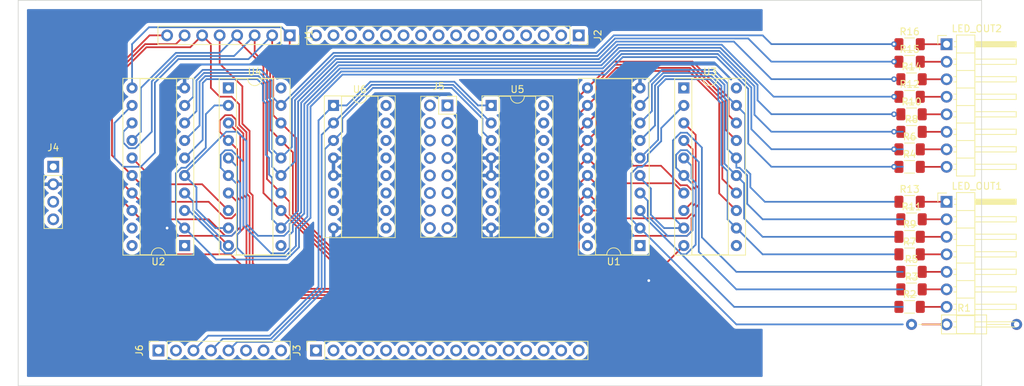
<source format=kicad_pcb>
(kicad_pcb (version 20211014) (generator pcbnew)
  (layers (0 "F.Cu" signal) (1 "In1.Cu" signal) (2 "In2.Cu" signal) (31 "B.Cu" signal) (34 "B.Paste" user) (35 "F.Paste" user) (36 "B.SilkS" user "B.Silkscreen") (37 "F.SilkS" user "F.Silkscreen") (38 "B.Mask" user) (39 "F.Mask" user) (44 "Edge.Cuts" user))
  (net 0 "")
  (net 1 "D0")
  (net 2 "A0")
  (net 3 "A1")
  (net 4 "A2")
  (net 5 "A3")
  (net 6 "A4")
  (net 7 "A5")
  (net 8 "A6")
  (net 9 "A7")
  (net 10 "A8")
  (net 11 "A9")
  (net 12 "A10")
  (net 13 "A11")
  (net 14 "A12")
  (net 15 "A13")
  (net 16 "A14")
  (net 17 "A15")
  (net 18 "X")
  (net 19 "MW")
  (net 20 "H")
  (net 21 "C")
  (net 22 "~{II}")
  (net 23 "Im")
  (net 24 "~{ΣO}")
  (net 25 "~{ΣI}")
  (net 26 "D1")
  (net 27 "RO")
  (net 28 "RI")
  (net 29 "~{MO}")
  (net 30 "MI")
  (net 31 "~{CO}")
  (net 32 "CE")
  (net 33 "~{CI}")
  (net 34 "CLK")
  (net 35 "GND")
  (net 36 "+5V")
  (net 37 "D2")
  (net 38 "D3")
  (net 39 "D4")
  (net 40 "D5")
  (net 41 "D6")
  (net 42 "D7")
  (net 43 "OI")
  (net 44 "Net-(LED_OUT1-Pad1)")
  (net 45 "Net-(LED_OUT1-Pad2)")
  (net 46 "Net-(LED_OUT1-Pad3)")
  (net 47 "Net-(LED_OUT1-Pad4)")
  (net 48 "Net-(LED_OUT1-Pad5)")
  (net 49 "Net-(LED_OUT1-Pad6)")
  (net 50 "Net-(LED_OUT1-Pad7)")
  (net 51 "Net-(LED_OUT1-Pad8)")
  (net 52 "Net-(LED_OUT2-Pad1)")
  (net 53 "Net-(LED_OUT2-Pad2)")
  (net 54 "Net-(LED_OUT2-Pad3)")
  (net 55 "Net-(LED_OUT2-Pad4)")
  (net 56 "Net-(LED_OUT2-Pad5)")
  (net 57 "Net-(LED_OUT2-Pad6)")
  (net 58 "Net-(LED_OUT2-Pad7)")
  (net 59 "Net-(LED_OUT2-Pad8)")
  (net 60 "Net-(R1-Pad1)")
  (net 61 "Net-(R2-Pad1)")
  (net 62 "Net-(R3-Pad1)")
  (net 63 "Net-(R4-Pad1)")
  (net 64 "Net-(R5-Pad1)")
  (net 65 "Net-(R6-Pad1)")
  (net 66 "Net-(R7-Pad1)")
  (net 67 "Net-(R8-Pad1)")
  (net 68 "~{R0_OUT}")
  (net 69 "~{R1_OUT}")
  (net 70 "~{R0_IN}")
  (net 71 "~{R1_IN}")
  (net 72 "~{R2_IN}")
  (net 73 "~{R3_IN}")
  (net 74 "~{R4_IN}")
  (net 75 "~{R5_IN}")
  (net 76 "~{R6_IN}")
  (net 77 "~{R7_IN}")
  (net 78 "~{R2_OUT}")
  (net 79 "~{R3_OUT}")
  (net 80 "~{R4_OUT}")
  (net 81 "~{R5_OUT}")
  (net 82 "~{R6_OUT}")
  (net 83 "~{R7_OUT}")
  (net 84 "INST0")
  (net 85 "INST1")
  (net 86 "INST2")
  (net 87 "Net-(R9-Pad1)")
  (net 88 "Net-(R10-Pad1)")
  (net 89 "Net-(R11-Pad1)")
  (net 90 "Net-(R12-Pad1)")
  (net 91 "Net-(R13-Pad1)")
  (net 92 "Net-(R14-Pad1)")
  (net 93 "Net-(R15-Pad1)")
  (net 94 "Net-(R16-Pad1)")
  (net 95 "INST3")
  (net 96 "INST4")
  (net 97 "INST5")
  (net 98 "INST6")
  (net 99 "INST7")
  (footprint "Package_DIP:DIP-16_W7.62mm_Socket" (layer "F.Cu") (at 160.02 93.98)
    (fp_text reference "U6")
    (fp_text value "74HC138")
  )
  (footprint "Resistor_SMD:R_1206_3216Metric_Pad1.30x1.75mm_HandSolder" (layer "F.Cu") (at 243.56 123.19)
    (fp_text reference "R2")
    (fp_text value "220Ω")
  )
  (footprint "Package_DIP:DIP-20_W7.62mm_Socket" (layer "F.Cu") (at 144.78 91.44)
    (fp_text reference "U4")
    (fp_text value "74HC377")
  )
  (footprint "Resistor_SMD:R_1206_3216Metric_Pad1.30x1.75mm_HandSolder" (layer "F.Cu") (at 243.84 110.49)
    (fp_text reference "R11")
    (fp_text value "220Ω")
  )
  (footprint "Resistor_SMD:R_1206_3216Metric_Pad1.30x1.75mm_HandSolder" (layer "F.Cu") (at 243.56 113.03)
    (fp_text reference "R9")
    (fp_text value "220Ω")
  )
  (footprint "Resistor_SMD:R_1206_3216Metric_Pad1.30x1.75mm_HandSolder" (layer "F.Cu") (at 243.84 120.65)
    (fp_text reference "R3")
    (fp_text value "220Ω")
  )
  (footprint "Connector_PinSocket_2.54mm:PinSocket_2x08_P2.54mm_Vertical" (layer "F.Cu") (at 176.54 93.98)
    (fp_text reference "J5")
    (fp_text value "REG_CTRL")
  )
  (footprint "Resistor_SMD:R_1206_3216Metric_Pad1.30x1.75mm_HandSolder" (layer "F.Cu") (at 243.56 115.57)
    (fp_text reference "R7")
    (fp_text value "220Ω")
  )
  (footprint "Connector_PinSocket_2.54mm:PinSocket_1x08_P2.54mm_Vertical" (layer "F.Cu") (at 134.635 129.515 90)
    (fp_text reference "J6")
    (fp_text value "INST_BITS")
  )
  (footprint "Resistor_THT:R_Axial_DIN0207_L6.3mm_D2.5mm_P15.24mm_Horizontal" (layer "F.Cu") (at 243.84 125.73)
    (fp_text reference "R1")
    (fp_text value "220Ω")
  )
  (footprint "Resistor_SMD:R_1206_3216Metric_Pad1.30x1.75mm_HandSolder" (layer "F.Cu") (at 243.56 92.725)
    (fp_text reference "R12")
    (fp_text value "220Ω")
  )
  (footprint "Resistor_SMD:R_1206_3216Metric_Pad1.30x1.75mm_HandSolder" (layer "F.Cu") (at 243.84 90.185)
    (fp_text reference "R14")
    (fp_text value "220Ω")
  )
  (footprint "Resistor_SMD:R_1206_3216Metric_Pad1.30x1.75mm_HandSolder" (layer "F.Cu") (at 243.56 87.645)
    (fp_text reference "R15")
    (fp_text value "220Ω")
  )
  (footprint "Package_DIP:DIP-20_W7.62mm_Socket" (layer "F.Cu") (at 138.43 114.3 180)
    (fp_text reference "U2")
    (fp_text value "74HC245")
  )
  (footprint "Resistor_SMD:R_1206_3216Metric_Pad1.30x1.75mm_HandSolder" (layer "F.Cu") (at 243.56 100.345)
    (fp_text reference "R6")
    (fp_text value "220Ω")
  )
  (footprint "Package_DIP:DIP-16_W7.62mm_Socket" (layer "F.Cu") (at 182.88 93.98)
    (fp_text reference "U5")
    (fp_text value "74HC138")
  )
  (footprint "Connector_PinHeader_2.54mm:PinHeader_1x08_P2.54mm_Horizontal" (layer "F.Cu") (at 248.92 85.105)
    (fp_text reference "LED_OUT2")
    (fp_text value "LEDs")
  )
  (footprint "Connector_PinHeader_2.54mm:PinHeader_1x08_P2.54mm_Horizontal" (layer "F.Cu") (at 248.92 107.95)
    (fp_text reference "LED_OUT1")
    (fp_text value "LEDs")
  )
  (footprint "Package_DIP:DIP-20_W7.62mm_Socket" (layer "F.Cu") (at 204.47 114.3 180)
    (fp_text reference "U1")
    (fp_text value "74HC245")
  )
  (footprint "Resistor_SMD:R_1206_3216Metric_Pad1.30x1.75mm_HandSolder" (layer "F.Cu") (at 243.56 107.95)
    (fp_text reference "R13")
    (fp_text value "220Ω")
  )
  (footprint "Connector_PinSocket_2.54mm:PinSocket_1x16_P2.54mm_Vertical" (layer "F.Cu") (at 157.48 129.515 90)
    (fp_text reference "J3")
    (fp_text value "CTRL_BUS")
  )
  (footprint "Package_DIP:DIP-20_W7.62mm_Socket" (layer "F.Cu") (at 210.82 91.44)
    (fp_text reference "U3")
    (fp_text value "74HC377")
  )
  (footprint "Resistor_SMD:R_1206_3216Metric_Pad1.30x1.75mm_HandSolder" (layer "F.Cu") (at 243.84 118.11)
    (fp_text reference "R5")
    (fp_text value "220Ω")
  )
  (footprint "Connector_PinSocket_2.54mm:PinSocket_1x08_P2.54mm_Vertical" (layer "F.Cu") (at 153.67 83.82 -90)
    (fp_text reference "J1")
    (fp_text value "DATA_BUS")
  )
  (footprint "Connector_PinSocket_2.54mm:PinSocket_1x16_P2.54mm_Vertical" (layer "F.Cu") (at 195.58 83.82 -90)
    (fp_text reference "J2")
    (fp_text value "ADDR_BUS")
  )
  (footprint "Resistor_SMD:R_1206_3216Metric_Pad1.30x1.75mm_HandSolder" (layer "F.Cu") (at 243.56 85.105)
    (fp_text reference "R16")
    (fp_text value "220Ω")
  )
  (footprint "Resistor_SMD:R_1206_3216Metric_Pad1.30x1.75mm_HandSolder" (layer "F.Cu") (at 243.84 95.265)
    (fp_text reference "R10")
    (fp_text value "220Ω")
  )
  (footprint "Resistor_SMD:R_1206_3216Metric_Pad1.30x1.75mm_HandSolder" (layer "F.Cu") (at 243.84 97.805)
    (fp_text reference "R8")
    (fp_text value "220Ω")
  )
  (footprint "Resistor_SMD:R_1206_3216Metric_Pad1.30x1.75mm_HandSolder" (layer "F.Cu") (at 243.56 102.885)
    (fp_text reference "R4")
    (fp_text value "220Ω")
  )
  (footprint "Connector_PinSocket_2.54mm:PinSocket_1x04_P2.54mm_Vertical" (layer "F.Cu") (at 119.38 102.87)
    (fp_text reference "J4")
    (fp_text value "Conn_01x03_Female")
  )
  (gr_line (start 116.84 78.74) (end 254 78.74) (layer "Edge.Cuts") (width 0.1))
  (gr_line (start 114.3 134.62) (end 114.3 78.74) (layer "Edge.Cuts") (width 0.1))
  (gr_line (start 254 134.62) (end 114.3 134.62) (layer "Edge.Cuts") (width 0.1))
  (gr_line (start 254 78.74) (end 254 134.62) (layer "Edge.Cuts") (width 0.1))
  (gr_line (start 114.3 78.74) (end 116.84 78.74) (layer "Edge.Cuts") (width 0.1))
  (segment (start 153.67 83.82) (end 153.67 86.505) (width 0.25) (layer "F.Cu") (net 1))
  (segment (start 153.67 86.505) (end 151.275 88.9) (width 0.25) (layer "F.Cu") (net 1))
  (segment (start 151.275 88.9) (end 151.275 95.395) (width 0.25) (layer "F.Cu") (net 1))
  (segment (start 152.4 96.52) (end 154.57 98.69) (width 0.25) (layer "F.Cu") (net 1))
  (segment (start 217.315 92.855) (end 217.315 95.395) (width 0.25) (layer "F.Cu") (net 1))
  (segment (start 192.43 95.86) (end 196.85 91.44) (width 0.25) (layer "F.Cu") (net 1))
  (segment (start 190.465228 118.77) (end 192.43 116.805228) (width 0.25) (layer "F.Cu") (net 1))
  (segment (start 163.859188 118.77) (end 190.465228 118.77) (width 0.25) (layer "F.Cu") (net 1))
  (segment (start 192.43 116.805228) (end 192.43 95.86) (width 0.25) (layer "F.Cu") (net 1))
  (segment (start 217.315 95.395) (end 218.44 96.52) (width 0.25) (layer "F.Cu") (net 1))
  (segment (start 151.275 95.395) (end 152.4 96.52) (width 0.25) (layer "F.Cu") (net 1))
  (segment (start 196.85 91.44) (end 200.66 87.63) (width 0.25) (layer "F.Cu") (net 1))
  (segment (start 212.09 87.63) (end 217.315 92.855) (width 0.25) (layer "F.Cu") (net 1))
  (segment (start 154.57 109.480812) (end 163.859188 118.77) (width 0.25) (layer "F.Cu") (net 1))
  (segment (start 200.66 87.63) (end 212.09 87.63) (width 0.25) (layer "F.Cu") (net 1))
  (segment (start 154.57 98.69) (end 154.57 109.480812) (width 0.25) (layer "F.Cu") (net 1))
  (segment (start 153.67 83.82) (end 152.495 82.645) (width 0.25) (layer "B.Cu") (net 1))
  (segment (start 152.495 82.645) (end 133.255 82.645) (width 0.25) (layer "B.Cu") (net 1))
  (segment (start 133.255 82.645) (end 130.81 85.09) (width 0.25) (layer "B.Cu") (net 1))
  (segment (start 130.81 85.09) (end 130.81 91.44) (width 0.25) (layer "B.Cu") (net 1))
  (segment (start 151.13 83.82) (end 151.13 87.656396) (width 0.25) (layer "F.Cu") (net 26))
  (segment (start 152.4 99.06) (end 154.12 100.78) (width 0.25) (layer "F.Cu") (net 26))
  (segment (start 198.12 92.71) (end 198.12 90.806396) (width 0.25) (layer "F.Cu") (net 26))
  (segment (start 150.825 97.485) (end 152.4 99.06) (width 0.25) (layer "F.Cu") (net 26))
  (segment (start 151.13 87.656396) (end 150.825 87.961396) (width 0.25) (layer "F.Cu") (net 26))
  (segment (start 198.12 90.806396) (end 200.846396 88.08) (width 0.25) (layer "F.Cu") (net 26))
  (segment (start 154.12 100.78) (end 154.12 109.667208) (width 0.25) (layer "F.Cu") (net 26))
  (segment (start 163.672792 119.22) (end 190.651624 119.22) (width 0.25) (layer "F.Cu") (net 26))
  (segment (start 192.88 116.991624) (end 192.88 97.95) (width 0.25) (layer "F.Cu") (net 26))
  (segment (start 196.85 93.98) (end 198.12 92.71) (width 0.25) (layer "F.Cu") (net 26))
  (segment (start 211.903604 88.08) (end 216.851802 93.028198) (width 0.25) (layer "F.Cu") (net 26))
  (segment (start 190.651624 119.22) (end 192.88 116.991624) (width 0.25) (layer "F.Cu") (net 26))
  (segment (start 216.851802 97.471802) (end 218.44 99.06) (width 0.25) (layer "F.Cu") (net 26))
  (segment (start 216.851802 93.028198) (end 216.851802 97.471802) (width 0.25) (layer "F.Cu") (net 26))
  (segment (start 200.846396 88.08) (end 211.903604 88.08) (width 0.25) (layer "F.Cu") (net 26))
  (segment (start 192.88 97.95) (end 196.85 93.98) (width 0.25) (layer "F.Cu") (net 26))
  (segment (start 154.12 109.667208) (end 163.672792 119.22) (width 0.25) (layer "F.Cu") (net 26))
  (segment (start 150.825 87.961396) (end 150.825 97.485) (width 0.25) (layer "F.Cu") (net 26))
  (segment (start 137.532792 87.26) (end 134.118198 90.674594) (width 0.25) (layer "B.Cu") (net 26))
  (segment (start 147.69 87.26) (end 137.532792 87.26) (width 0.25) (layer "B.Cu") (net 26))
  (segment (start 151.13 83.82) (end 147.69 87.26) (width 0.25) (layer "B.Cu") (net 26))
  (segment (start 128.27 101.6) (end 128.27 96.52) (width 0.25) (layer "B.Cu") (net 26))
  (segment (start 134.118198 90.674594) (end 134.118198 100.831802) (width 0.25) (layer "B.Cu") (net 26))
  (segment (start 129.54 102.87) (end 128.27 101.6) (width 0.25) (layer "B.Cu") (net 26))
  (segment (start 134.118198 100.831802) (end 132.08 102.87) (width 0.25) (layer "B.Cu") (net 26))
  (segment (start 132.08 102.87) (end 129.54 102.87) (width 0.25) (layer "B.Cu") (net 26))
  (segment (start 128.27 96.52) (end 130.81 93.98) (width 0.25) (layer "B.Cu") (net 26))
  (segment (start 135.89 111.76) (end 137.015 112.885) (width 0.25) (layer "F.Cu") (net 35))
  (segment (start 143.365 112.885) (end 144.78 114.3) (width 0.25) (layer "F.Cu") (net 35))
  (segment (start 205.74 119.38) (end 210.82 114.3) (width 0.25) (layer "F.Cu") (net 35))
  (segment (start 137.015 112.885) (end 143.365 112.885) (width 0.25) (layer "F.Cu") (net 35))
  (via (at 135.89 111.76) (size 0.8) (drill 0.4) (layers "F.Cu" "B.Cu") (net 35))
  (via (at 205.74 119.38) (size 0.8) (drill 0.4) (layers "F.Cu" "B.Cu") (net 35))
  (segment (start 216.401802 93.214594) (end 216.401802 104.641802) (width 0.25) (layer "F.Cu") (net 37))
  (segment (start 148.59 83.82) (end 148.59 86.362792) (width 0.25) (layer "F.Cu") (net 37))
  (segment (start 198.57 92.896396) (end 198.57 90.992792) (width 0.25) (layer "F.Cu") (net 37))
  (segment (start 193.33 117.17802) (end 190.83802 119.67) (width 0.25) (layer "F.Cu") (net 37))
  (segment (start 163.486396 119.67) (end 153.67 109.853604) (width 0.25) (layer "F.Cu") (net 37))
  (segment (start 201.032792 88.53) (end 211.717208 88.53) (width 0.25) (layer "F.Cu") (net 37))
  (segment (start 150.375 88.147792) (end 150.375 104.655) (width 0.25) (layer "F.Cu") (net 37))
  (segment (start 149.407208 87.18) (end 150.375 88.147792) (width 0.25) (layer "F.Cu") (net 37))
  (segment (start 196.85 96.52) (end 193.33 100.04) (width 0.25) (layer "F.Cu") (net 37))
  (segment (start 196.85 96.52) (end 198.265 95.105) (width 0.25) (layer "F.Cu") (net 37))
  (segment (start 153.67 107.95) (end 152.4 106.68) (width 0.25) (layer "F.Cu") (net 37))
  (segment (start 148.59 86.362792) (end 149.407208 87.18) (width 0.25) (layer "F.Cu") (net 37))
  (segment (start 190.83802 119.67) (end 163.486396 119.67) (width 0.25) (layer "F.Cu") (net 37))
  (segment (start 216.401802 104.641802) (end 218.44 106.68) (width 0.25) (layer "F.Cu") (net 37))
  (segment (start 153.67 109.853604) (end 153.67 107.95) (width 0.25) (layer "F.Cu") (net 37))
  (segment (start 193.33 100.04) (end 193.33 117.17802) (width 0.25) (layer "F.Cu") (net 37))
  (segment (start 198.57 90.992792) (end 201.032792 88.53) (width 0.25) (layer "F.Cu") (net 37))
  (segment (start 198.265 95.105) (end 198.265 93.201396) (width 0.25) (layer "F.Cu") (net 37))
  (segment (start 152.85 106.68) (end 152.4 106.68) (width 0.25) (layer "F.Cu") (net 37))
  (segment (start 211.717208 88.53) (end 216.401802 93.214594) (width 0.25) (layer "F.Cu") (net 37))
  (segment (start 198.265 93.201396) (end 198.57 92.896396) (width 0.25) (layer "F.Cu") (net 37))
  (segment (start 150.375 104.655) (end 152.4 106.68) (width 0.25) (layer "F.Cu") (net 37))
  (segment (start 137.346396 86.81) (end 133.668198 90.488198) (width 0.25) (layer "B.Cu") (net 37))
  (segment (start 133.668198 97.792793) (end 131.275991 100.185) (width 0.25) (layer "B.Cu") (net 37))
  (segment (start 129.54 97.79) (end 130.81 96.52) (width 0.25) (layer "B.Cu") (net 37))
  (segment (start 148.59 83.82) (end 145.6 86.81) (width 0.25) (layer "B.Cu") (net 37))
  (segment (start 133.668198 90.488198) (end 133.668198 97.792793) (width 0.25) (layer "B.Cu") (net 37))
  (segment (start 130.344009 100.185) (end 129.54 99.380991) (width 0.25) (layer "B.Cu") (net 37))
  (segment (start 131.275991 100.185) (end 130.344009 100.185) (width 0.25) (layer "B.Cu") (net 37))
  (segment (start 145.6 86.81) (end 137.346396 86.81) (width 0.25) (layer "B.Cu") (net 37))
  (segment (start 129.54 99.380991) (end 129.54 97.79) (width 0.25) (layer "B.Cu") (net 37))
  (segment (start 199.02 93.082792) (end 199.02 91.179188) (width 0.25) (layer "F.Cu") (net 38))
  (segment (start 149.86 88.269188) (end 149.86 106.68) (width 0.25) (layer "F.Cu") (net 38))
  (segment (start 198.715 95.291396) (end 198.715 93.387792) (width 0.25) (layer "F.Cu") (net 38))
  (segment (start 193.78 117.364416) (end 193.78 102.13) (width 0.25) (layer "F.Cu") (net 38))
  (segment (start 193.78 102.13) (end 196.85 99.06) (width 0.25) (layer "F.Cu") (net 38))
  (segment (start 215.951802 106.731802) (end 218.44 109.22) (width 0.25) (layer "F.Cu") (net 38))
  (segment (start 196.85 99.06) (end 198.12 97.79) (width 0.25) (layer "F.Cu") (net 38))
  (segment (start 215.951802 93.40099) (end 215.951802 106.731802) (width 0.25) (layer "F.Cu") (net 38))
  (segment (start 198.12 95.886396) (end 198.715 95.291396) (width 0.25) (layer "F.Cu") (net 38))
  (segment (start 163.3 120.12) (end 191.024416 120.12) (width 0.25) (layer "F.Cu") (net 38))
  (segment (start 152.4 109.22) (end 163.3 120.12) (width 0.25) (layer "F.Cu") (net 38))
  (segment (start 146.05 84.459188) (end 149.220812 87.63) (width 0.25) (layer "F.Cu") (net 38))
  (segment (start 211.530812 88.98) (end 215.951802 93.40099) (width 0.25) (layer "F.Cu") (net 38))
  (segment (start 198.12 97.79) (end 198.12 95.886396) (width 0.25) (layer "F.Cu") (net 38))
  (segment (start 199.02 91.179188) (end 201.219188 88.98) (width 0.25) (layer "F.Cu") (net 38))
  (segment (start 149.86 106.68) (end 152.4 109.22) (width 0.25) (layer "F.Cu") (net 38))
  (segment (start 201.219188 88.98) (end 211.530812 88.98) (width 0.25) (layer "F.Cu") (net 38))
  (segment (start 149.220812 87.63) (end 149.86 88.269188) (width 0.25) (layer "F.Cu") (net 38))
  (segment (start 191.024416 120.12) (end 193.78 117.364416) (width 0.25) (layer "F.Cu") (net 38))
  (segment (start 146.05 83.82) (end 146.05 84.459188) (width 0.25) (layer "F.Cu") (net 38))
  (segment (start 198.715 93.387792) (end 199.02 93.082792) (width 0.25) (layer "F.Cu") (net 38))
  (segment (start 143.51 86.36) (end 137.16 86.36) (width 0.25) (layer "B.Cu") (net 38))
  (segment (start 132.08 97.79) (end 130.81 99.06) (width 0.25) (layer "B.Cu") (net 38))
  (segment (start 137.16 86.36) (end 132.08 91.44) (width 0.25) (layer "B.Cu") (net 38))
  (segment (start 146.05 83.82) (end 143.51 86.36) (width 0.25) (layer "B.Cu") (net 38))
  (segment (start 132.08 91.44) (end 132.08 97.79) (width 0.25) (layer "B.Cu") (net 38))
  (segment (start 140.97 105.41) (end 144.78 109.22) (width 0.25) (layer "F.Cu") (net 39))
  (segment (start 194.23 117.550812) (end 194.23 104.22) (width 0.25) (layer "F.Cu") (net 39))
  (segment (start 196.85 101.6) (end 197.975 102.725) (width 0.25) (layer "F.Cu") (net 39))
  (segment (start 212.09 107.95) (end 210.82 109.22) (width 0.25) (layer "F.Cu") (net 39))
  (segment (start 146.805 91.215) (end 146.805 96.635812) (width 0.25) (layer "F.Cu") (net 39))
  (segment (start 130.81 101.6) (end 134.62 105.41) (width 0.25) (layer "F.Cu") (net 39))
  (segment (start 146.805 96.635812) (end 147.85 97.680812) (width 0.25) (layer "F.Cu") (net 39))
  (segment (start 147.85 97.680812) (end 147.85 106.56802) (width 0.25) (layer "F.Cu") (net 39))
  (segment (start 148.3 116.859821) (end 152.010179 120.57) (width 0.25) (layer "F.Cu") (net 39))
  (segment (start 143.51 87.92) (end 146.805 91.215) (width 0.25) (layer "F.Cu") (net 39))
  (segment (start 211.285991 105.555) (end 212.09 106.359009) (width 0.25) (layer "F.Cu") (net 39))
  (segment (start 147.85 106.56802) (end 148.3 107.01802) (width 0.25) (layer "F.Cu") (net 39))
  (segment (start 210.342703 105.566307) (end 210.354009 105.555) (width 0.25) (layer "F.Cu") (net 39))
  (segment (start 210.354009 105.555) (end 211.285991 105.555) (width 0.25) (layer "F.Cu") (net 39))
  (segment (start 212.09 106.359009) (end 212.09 107.95) (width 0.25) (layer "F.Cu") (net 39))
  (segment (start 191.210812 120.57) (end 194.23 117.550812) (width 0.25) (layer "F.Cu") (net 39))
  (segment (start 143.51 83.82) (end 143.51 87.92) (width 0.25) (layer "F.Cu") (net 39))
  (segment (start 197.975 102.725) (end 207.501396 102.725) (width 0.25) (layer "F.Cu") (net 39))
  (segment (start 134.62 105.41) (end 140.97 105.41) (width 0.25) (layer "F.Cu") (net 39))
  (segment (start 148.3 107.01802) (end 148.3 116.859821) (width 0.25) (layer "F.Cu") (net 39))
  (segment (start 207.501396 102.725) (end 210.342703 105.566307) (width 0.25) (layer "F.Cu") (net 39))
  (segment (start 194.23 104.22) (end 196.85 101.6) (width 0.25) (layer "F.Cu") (net 39))
  (segment (start 152.010179 120.57) (end 191.210812 120.57) (width 0.25) (layer "F.Cu") (net 39))
  (segment (start 196.85 104.14) (end 194.68 106.31) (width 0.25) (layer "F.Cu") (net 40))
  (segment (start 134.62 107.95) (end 141.919009 107.95) (width 0.25) (layer "F.Cu") (net 40))
  (segment (start 142.24 85.09) (end 140.97 83.82) (width 0.25) (layer "F.Cu") (net 40))
  (segment (start 127.9 90.542792) (end 127.9 101.23) (width 0.25) (layer "F.Cu") (net 40))
  (segment (start 191.397208 121.02) (end 151.823783 121.02) (width 0.25) (layer "F.Cu") (net 40))
  (segment (start 147.85 107.204416) (end 147.4 106.754416) (width 0.25) (layer "F.Cu") (net 40))
  (segment (start 142.24 91.44) (end 142.24 85.09) (width 0.25) (layer "F.Cu") (net 40))
  (segment (start 196.85 104.14) (end 197.975 105.265) (width 0.25) (layer "F.Cu") (net 40))
  (segment (start 146.05 107.95) (end 144.78 106.68) (width 0.25) (layer "F.Cu") (net 40))
  (segment (start 194.68 106.31) (end 194.68 117.737208) (width 0.25) (layer "F.Cu") (net 40))
  (segment (start 194.68 117.737208) (end 191.397208 121.02) (width 0.25) (layer "F.Cu") (net 40))
  (segment (start 141.919009 107.95) (end 144.314009 110.345) (width 0.25) (layer "F.Cu") (net 40))
  (segment (start 147.85 117.046217) (end 147.85 107.204416) (width 0.25) (layer "F.Cu") (net 40))
  (segment (start 132.902792 85.54) (end 127.9 90.542792) (width 0.25) (layer "F.Cu") (net 40))
  (segment (start 127.9 101.23) (end 130.81 104.14) (width 0.25) (layer "F.Cu") (net 40))
  (segment (start 151.823783 121.02) (end 147.85 117.046217) (width 0.25) (layer "F.Cu") (net 40))
  (segment (start 197.975 105.265) (end 209.405 105.265) (width 0.25) (layer "F.Cu") (net 40))
  (segment (start 209.405 105.265) (end 210.82 106.68) (width 0.25) (layer "F.Cu") (net 40))
  (segment (start 140.97 83.82) (end 139.25 85.54) (width 0.25) (layer "F.Cu") (net 40))
  (segment (start 145.245991 110.345) (end 146.05 109.540991) (width 0.25) (layer "F.Cu") (net 40))
  (segment (start 139.25 85.54) (end 132.902792 85.54) (width 0.25) (layer "F.Cu") (net 40))
  (segment (start 147.4 97.867208) (end 146.355 96.822208) (width 0.25) (layer "F.Cu") (net 40))
  (segment (start 146.05 109.540991) (end 146.05 107.95) (width 0.25) (layer "F.Cu") (net 40))
  (segment (start 144.314009 110.345) (end 145.245991 110.345) (width 0.25) (layer "F.Cu") (net 40))
  (segment (start 146.355 93.819009) (end 145.245991 92.71) (width 0.25) (layer "F.Cu") (net 40))
  (segment (start 145.245991 92.71) (end 143.51 92.71) (width 0.25) (layer "F.Cu") (net 40))
  (segment (start 147.4 106.754416) (end 147.4 97.867208) (width 0.25) (layer "F.Cu") (net 40))
  (segment (start 143.51 92.71) (end 142.24 91.44) (width 0.25) (layer "F.Cu") (net 40))
  (segment (start 130.81 104.14) (end 134.62 107.95) (width 0.25) (layer "F.Cu") (net 40))
  (segment (start 146.355 96.822208) (end 146.355 93.819009) (width 0.25) (layer "F.Cu") (net 40))
  (segment (start 146.5 107.763604) (end 146.05 107.313604) (width 0.25) (layer "F.Cu") (net 41))
  (segment (start 146.5 111.630991) (end 146.5 107.763604) (width 0.25) (layer "F.Cu") (net 41))
  (segment (start 137.16 85.09) (end 132.716396 85.09) (width 0.25) (layer "F.Cu") (net 41))
  (segment (start 145.245991 112.885) (end 146.5 111.630991) (width 0.25) (layer "F.Cu") (net 41))
  (segment (start 146.95 106.940812) (end 147.4 107.390812) (width 0.25) (layer "F.Cu") (net 41))
  (segment (start 127.45 103.32) (end 130.81 106.68) (width 0.25) (layer "F.Cu") (net 41))
  (segment (start 195.58 109.853604) (end 195.58 107.95) (width 0.25) (layer "F.Cu") (net 41))
  (segment (start 212.09 100.33) (end 210.82 99.06) (width 0.25) (layer "F.Cu") (net 41))
  (segment (start 141.919009 110.49) (end 144.314009 112.885) (width 0.25) (layer "F.Cu") (net 41))
  (segment (start 132.716396 85.09) (end 127.45 90.356396) (width 0.25) (layer "F.Cu") (net 41))
  (segment (start 127.45 90.356396) (end 127.45 103.32) (width 0.25) (layer "F.Cu") (net 41))
  (segment (start 151.637387 121.47) (end 191.583604 121.47) (width 0.25) (layer "F.Cu") (net 41))
  (segment (start 143.51 97.79) (end 143.51 96.199009) (width 0.25) (layer "F.Cu") (net 41))
  (segment (start 212.09 109.540991) (end 212.09 108.586396) (width 0.25) (layer "F.Cu") (net 41))
  (segment (start 138.43 83.82) (end 137.16 85.09) (width 0.25) (layer "F.Cu") (net 41))
  (segment (start 191.583604 121.47) (end 195.13 117.923604) (width 0.25) (layer "F.Cu") (net 41))
  (segment (start 146.95 98.053604) (end 146.95 106.940812) (width 0.25) (layer "F.Cu") (net 41))
  (segment (start 147.4 107.390812) (end 147.4 117.232613) (width 0.25) (layer "F.Cu") (net 41))
  (segment (start 146.05 107.313604) (end 146.05 100.33) (width 0.25) (layer "F.Cu") (net 41))
  (segment (start 146.05 100.33) (end 144.78 99.06) (width 0.25) (layer "F.Cu") (net 41))
  (segment (start 195.13 110.303604) (end 195.58 109.853604) (width 0.25) (layer "F.Cu") (net 41))
  (segment (start 196.85 106.68) (end 200.515 110.345) (width 0.25) (layer "F.Cu") (net 41))
  (segment (start 145.905 97.008604) (end 146.95 98.053604) (width 0.25) (layer "F.Cu") (net 41))
  (segment (start 145.245991 95.395) (end 145.905 96.054009) (width 0.25) (layer "F.Cu") (net 41))
  (segment (start 200.515 110.345) (end 211.285991 110.345) (width 0.25) (layer "F.Cu") (net 41))
  (segment (start 195.13 117.923604) (end 195.13 110.303604) (width 0.25) (layer "F.Cu") (net 41))
  (segment (start 147.4 117.232613) (end 151.637387 121.47) (width 0.25) (layer "F.Cu") (net 41))
  (segment (start 211.285991 110.345) (end 212.09 109.540991) (width 0.25) (layer "F.Cu") (net 41))
  (segment (start 130.81 106.68) (end 134.62 110.49) (width 0.25) (layer "F.Cu") (net 41))
  (segment (start 212.54 106.172613) (end 212.09 105.722613) (width 0.25) (layer "F.Cu") (net 41))
  (segment (start 145.905 96.054009) (end 145.905 97.008604) (width 0.25) (layer "F.Cu") (net 41))
  (segment (start 134.62 110.49) (end 141.919009 110.49) (width 0.25) (layer "F.Cu") (net 41))
  (segment (start 195.58 107.95) (end 196.85 106.68) (width 0.25) (layer "F.Cu") (net 41))
  (segment (start 212.09 105.722613) (end 212.09 100.33) (width 0.25) (layer "F.Cu") (net 41))
  (segment (start 144.314009 112.885) (end 145.245991 112.885) (width 0.25) (layer "F.Cu") (net 41))
  (segment (start 144.78 99.06) (end 143.51 97.79) (width 0.25) (layer "F.Cu") (net 41))
  (segment (start 143.51 96.199009) (end 144.314009 95.395) (width 0.25) (layer "F.Cu") (net 41))
  (segment (start 212.54 108.136396) (end 212.54 106.172613) (width 0.25) (layer "F.Cu") (net 41))
  (segment (start 212.09 108.586396) (end 212.54 108.136396) (width 0.25) (layer "F.Cu") (net 41))
  (segment (start 144.314009 95.395) (end 145.245991 95.395) (width 0.25) (layer "F.Cu") (net 41))
  (segment (start 137.16 115.57) (end 145.100991 115.57) (width 0.25) (layer "F.Cu") (net 42))
  (segment (start 145.100991 115.57) (end 146.05 114.620991) (width 0.25) (layer "F.Cu") (net 42))
  (segment (start 146.5 98.24) (end 144.78 96.52) (width 0.25) (layer "F.Cu") (net 42))
  (segment (start 195.58 118.11) (end 195.58 110.49) (width 0.25) (layer "F.Cu") (net 42))
  (segment (start 211.945 112.225991) (end 211.945 110.322387) (width 0.25) (layer "F.Cu") (net 42))
  (segment (start 211.285991 112.885) (end 211.945 112.225991) (width 0.25) (layer "F.Cu") (net 42))
  (segment (start 212.54 109.727387) (end 212.54 108.772792) (width 0.25) (layer "F.Cu") (net 42))
  (segment (start 212.99 105.986217) (end 212.54 105.536217) (width 0.25) (layer "F.Cu") (net 42))
  (segment (start 146.5 107.127208) (end 146.5 98.24) (width 0.25) (layer "F.Cu") (net 42))
  (segment (start 145.100991 115.57) (end 151.450991 121.92) (width 0.25) (layer "F.Cu") (net 42))
  (segment (start 212.54 108.772792) (end 212.99 108.322792) (width 0.25) (layer "F.Cu") (net 42))
  (segment (start 198.753604 109.22) (end 202.418604 112.885) (width 0.25) (layer "F.Cu") (net 42))
  (segment (start 146.95 111.817387) (end 146.95 107.577208) (width 0.25) (layer "F.Cu") (net 42))
  (segment (start 130.176396 109.22) (end 130.81 109.22) (width 0.25) (layer "F.Cu") (net 42))
  (segment (start 212.99 108.322792) (end 212.99 105.986217) (width 0.25) (layer "F.Cu") (net 42))
  (segment (start 127 90.17) (end 133.35 83.82) (width 0.25) (layer "F.Cu") (net 42))
  (segment (start 212.54 98.24) (end 210.82 96.52) (width 0.25) (layer "F.Cu") (net 42))
  (segment (start 211.945 110.322387) (end 212.54 109.727387) (width 0.25) (layer "F.Cu") (net 42))
  (segment (start 146.95 107.577208) (end 146.5 107.127208) (width 0.25) (layer "F.Cu") (net 42))
  (segment (start 133.35 83.82) (end 135.89 83.82) (width 0.25) (layer "F.Cu") (net 42))
  (segment (start 130.81 109.22) (end 137.16 115.57) (width 0.25) (layer "F.Cu") (net 42))
  (segment (start 212.54 105.536217) (end 212.54 98.24) (width 0.25) (layer "F.Cu") (net 42))
  (segment (start 146.05 114.620991) (end 146.05 112.717387) (width 0.25) (layer "F.Cu") (net 42))
  (segment (start 195.58 110.49) (end 196.85 109.22) (width 0.25) (layer "F.Cu") (net 42))
  (segment (start 127 105.41) (end 127 90.17) (width 0.25) (layer "F.Cu") (net 42))
  (segment (start 196.85 109.22) (end 198.753604 109.22) (width 0.25) (layer "F.Cu") (net 42))
  (segment (start 191.77 121.92) (end 195.58 118.11) (width 0.25) (layer "F.Cu") (net 42))
  (segment (start 151.450991 121.92) (end 191.77 121.92) (width 0.25) (layer "F.Cu") (net 42))
  (segment (start 202.418604 112.885) (end 211.285991 112.885) (width 0.25) (layer "F.Cu") (net 42))
  (segment (start 130.81 109.22) (end 127 105.41) (width 0.25) (layer "F.Cu") (net 42))
  (segment (start 146.05 112.717387) (end 146.95 111.817387) (width 0.25) (layer "F.Cu") (net 42))
  (segment (start 245.11 107.95) (end 248.92 107.95) (width 0.25) (layer "F.Cu") (net 44))
  (segment (start 245.39 110.49) (end 248.92 110.49) (width 0.25) (layer "F.Cu") (net 45))
  (segment (start 245.11 113.03) (end 248.92 113.03) (width 0.25) (layer "F.Cu") (net 46))
  (segment (start 245.11 115.57) (end 248.92 115.57) (width 0.25) (layer "F.Cu") (net 47))
  (segment (start 245.39 118.11) (end 248.92 118.11) (width 0.25) (layer "F.Cu") (net 48))
  (segment (start 245.39 120.65) (end 248.92 120.65) (width 0.25) (layer "F.Cu") (net 49))
  (segment (start 245.11 123.19) (end 248.92 123.19) (width 0.25) (layer "F.Cu") (net 50))
  (segment (start 245.39 125.73) (end 248.92 125.73) (width 0.25) (layer "F.Cu") (net 51))
  (segment (start 245.11 85.105) (end 248.92 85.105) (width 0.25) (layer "F.Cu") (net 52))
  (segment (start 245.11 87.645) (end 248.92 87.645) (width 0.25) (layer "F.Cu") (net 53))
  (segment (start 245.39 90.185) (end 248.92 90.185) (width 0.25) (layer "F.Cu") (net 54))
  (segment (start 245.11 92.725) (end 248.92 92.725) (width 0.25) (layer "F.Cu") (net 55))
  (segment (start 245.39 95.265) (end 248.92 95.265) (width 0.25) (layer "F.Cu") (net 56))
  (segment (start 245.39 97.805) (end 248.92 97.805) (width 0.25) (layer "F.Cu") (net 57))
  (segment (start 245.11 100.345) (end 248.92 100.345) (width 0.25) (layer "F.Cu") (net 58))
  (segment (start 245.11 102.885) (end 248.92 102.885) (width 0.25) (layer "F.Cu") (net 59))
  (segment (start 204.47 111.76) (end 203.2 110.49) (width 0.25) (layer "B.Cu") (net 60))
  (segment (start 205.595 101.111396) (end 207.54 99.166396) (width 0.25) (layer "B.Cu") (net 60))
  (segment (start 203.2 103.819009) (end 204.149009 102.87) (width 0.25) (layer "B.Cu") (net 60))
  (segment (start 204.149009 102.87) (end 204.790991 102.87) (width 0.25) (layer "B.Cu") (net 60))
  (segment (start 204.47 111.76) (end 218.44 125.73) (width 0.25) (layer "B.Cu") (net 60))
  (segment (start 203.2 110.49) (end 203.2 103.819009) (width 0.25) (layer "B.Cu") (net 60))
  (segment (start 204.790991 102.87) (end 205.595 102.065991) (width 0.25) (layer "B.Cu") (net 60))
  (segment (start 207.54 97.26) (end 210.82 93.98) (width 0.25) (layer "B.Cu") (net 60))
  (segment (start 218.44 125.73) (end 242.57 125.73) (width 0.25) (layer "B.Cu") (net 60))
  (segment (start 207.54 99.166396) (end 207.54 97.26) (width 0.25) (layer "B.Cu") (net 60))
  (segment (start 205.595 102.065991) (end 205.595 101.111396) (width 0.25) (layer "B.Cu") (net 60))
  (segment (start 210.499009 115.57) (end 218.119009 123.19) (width 0.25) (layer "B.Cu") (net 61))
  (segment (start 204.47 109.22) (end 204.47 109.540991) (width 0.25) (layer "B.Cu") (net 61))
  (segment (start 211.945 102.725) (end 210.82 101.6) (width 0.25) (layer "B.Cu") (net 61))
  (segment (start 210.499009 115.57) (end 211.140991 115.57) (width 0.25) (layer "B.Cu") (net 61))
  (segment (start 211.140991 115.57) (end 212.54 114.170991) (width 0.25) (layer "B.Cu") (net 61))
  (segment (start 204.47 109.540991) (end 210.499009 115.57) (width 0.25) (layer "B.Cu") (net 61))
  (segment (start 211.945 104.605991) (end 211.945 102.725) (width 0.25) (layer "B.Cu") (net 61))
  (segment (start 212.54 114.170991) (end 212.54 105.200991) (width 0.25) (layer "B.Cu") (net 61))
  (segment (start 218.119009 123.19) (end 242.57 123.19) (width 0.25) (layer "B.Cu") (net 61))
  (segment (start 212.54 105.200991) (end 211.945 104.605991) (width 0.25) (layer "B.Cu") (net 61))
  (segment (start 205.595 107.805) (end 205.595 110.029595) (width 0.25) (layer "B.Cu") (net 62))
  (segment (start 211.285991 112.885) (end 212.09 112.080991) (width 0.25) (layer "B.Cu") (net 62))
  (segment (start 208.450405 112.885) (end 211.285991 112.885) (width 0.25) (layer "B.Cu") (net 62))
  (segment (start 212.99 102.179009) (end 212.99 115.2) (width 0.25) (layer "B.Cu") (net 62))
  (segment (start 204.47 106.68) (end 205.595 107.805) (width 0.25) (layer "B.Cu") (net 62))
  (segment (start 210.354009 100.475) (end 211.285991 100.475) (width 0.25) (layer "B.Cu") (net 62))
  (segment (start 211.285991 100.475) (end 212.99 102.179009) (width 0.25) (layer "B.Cu") (net 62))
  (segment (start 205.595 110.029595) (end 208.450405 112.885) (width 0.25) (layer "B.Cu") (net 62))
  (segment (start 212.09 105.41) (end 210.82 104.14) (width 0.25) (layer "B.Cu") (net 62))
  (segment (start 218.44 120.65) (end 242.57 120.65) (width 0.25) (layer "B.Cu") (net 62))
  (segment (start 212.99 115.2) (end 218.44 120.65) (width 0.25) (layer "B.Cu") (net 62))
  (segment (start 212.09 112.080991) (end 212.09 105.41) (width 0.25) (layer "B.Cu") (net 62))
  (segment (start 209.695 101.134009) (end 210.354009 100.475) (width 0.25) (layer "B.Cu") (net 62))
  (segment (start 210.82 104.14) (end 209.695 103.015) (width 0.25) (layer "B.Cu") (net 62))
  (segment (start 209.695 103.015) (end 209.695 101.134009) (width 0.25) (layer "B.Cu") (net 62))
  (via (at 241.3 102.87) (size 0.8) (drill 0.4) (layers "F.Cu" "B.Cu") (net 63))
  (segment (start 156.688198 110.278198) (end 156.688198 94.146574) (width 0.25) (layer "B.Cu") (net 63))
  (segment (start 137.16 110.49) (end 137.16 103.819009) (width 0.25) (layer "B.Cu") (net 63))
  (segment (start 201.964772 86.97) (end 215.560991 86.97) (width 0.25) (layer "B.Cu") (net 63))
  (segment (start 155.02 114.543783) (end 155.02 111.946396) (width 0.25) (layer "B.Cu") (net 63))
  (segment (start 153.238783 116.325) (end 155.02 114.543783) (width 0.25) (layer "B.Cu") (net 63))
  (segment (start 142.77 93.98) (end 144.78 93.98) (width 0.25) (layer "B.Cu") (net 63))
  (segment (start 223.52 102.87) (end 241.3 102.87) (width 0.25) (layer "B.Cu") (net 63))
  (segment (start 137.16 103.819009) (end 137.964009 103.015) (width 0.25) (layer "B.Cu") (net 63))
  (segment (start 161.324772 89.51) (end 199.424772 89.51) (width 0.25) (layer "B.Cu") (net 63))
  (segment (start 156.688198 94.146574) (end 161.324772 89.51) (width 0.25) (layer "B.Cu") (net 63))
  (segment (start 215.560991 86.97) (end 220.16 91.569009) (width 0.25) (layer "B.Cu") (net 63))
  (segment (start 199.424772 89.51) (end 201.964772 86.97) (width 0.25) (layer "B.Cu") (net 63))
  (segment (start 220.16 99.51) (end 223.52 102.87) (width 0.25) (layer "B.Cu") (net 63))
  (segment (start 155.02 111.946396) (end 156.688198 110.278198) (width 0.25) (layer "B.Cu") (net 63))
  (segment (start 138.605991 103.015) (end 141.5 100.120991) (width 0.25) (layer "B.Cu") (net 63))
  (segment (start 137.964009 103.015) (end 138.605991 103.015) (width 0.25) (layer "B.Cu") (net 63))
  (segment (start 141.5 95.25) (end 142.77 93.98) (width 0.25) (layer "B.Cu") (net 63))
  (segment (start 138.43 111.76) (end 142.995 116.325) (width 0.25) (layer "B.Cu") (net 63))
  (segment (start 141.5 100.120991) (end 141.5 95.25) (width 0.25) (layer "B.Cu") (net 63))
  (segment (start 220.16 91.569009) (end 220.16 99.51) (width 0.25) (layer "B.Cu") (net 63))
  (segment (start 142.995 116.325) (end 153.238783 116.325) (width 0.25) (layer "B.Cu") (net 63))
  (segment (start 241.3 102.87) (end 242.57 102.87) (width 0.25) (layer "B.Cu") (net 63))
  (segment (start 138.43 111.76) (end 137.16 110.49) (width 0.25) (layer "B.Cu") (net 63))
  (segment (start 209.245 99.044009) (end 210.354009 97.935) (width 0.25) (layer "B.Cu") (net 64))
  (segment (start 204.47 104.14) (end 204.47 104.460991) (width 0.25) (layer "B.Cu") (net 64))
  (segment (start 206.045 109.843199) (end 207.961801 111.76) (width 0.25) (layer "B.Cu") (net 64))
  (segment (start 206.045 106.035991) (end 206.045 109.843199) (width 0.25) (layer "B.Cu") (net 64))
  (segment (start 209.245 110.185) (end 209.245 99.044009) (width 0.25) (layer "B.Cu") (net 64))
  (segment (start 210.354009 97.935) (end 211.285991 97.935) (width 0.25) (layer "B.Cu") (net 64))
  (segment (start 210.82 111.76) (end 209.245 110.185) (width 0.25) (layer "B.Cu") (net 64))
  (segment (start 218.441396 118.11) (end 242.57 118.11) (width 0.25) (layer "B.Cu") (net 64))
  (segment (start 213.44 100.089009) (end 213.44 113.108604) (width 0.25) (layer "B.Cu") (net 64))
  (segment (start 211.285991 97.935) (end 213.44 100.089009) (width 0.25) (layer "B.Cu") (net 64))
  (segment (start 207.961801 111.76) (end 210.82 111.76) (width 0.25) (layer "B.Cu") (net 64))
  (segment (start 204.47 104.460991) (end 206.045 106.035991) (width 0.25) (layer "B.Cu") (net 64))
  (segment (start 213.44 113.108604) (end 218.441396 118.11) (width 0.25) (layer "B.Cu") (net 64))
  (via (at 241.3 100.33) (size 0.8) (drill 0.4) (layers "F.Cu" "B.Cu") (net 65))
  (segment (start 156.238198 93.960178) (end 161.138376 89.06) (width 0.25) (layer "B.Cu") (net 65))
  (segment (start 153.052387 115.875) (end 154.57 114.357387) (width 0.25) (layer "B.Cu") (net 65))
  (segment (start 199.238376 89.06) (end 201.778376 86.52) (width 0.25) (layer "B.Cu") (net 65))
  (segment (start 146.05 102.87) (end 144.78 101.6) (width 0.25) (layer "B.Cu") (net 65))
  (segment (start 143.655 113.807613) (end 143.655 114.765991) (width 0.25) (layer "B.Cu") (net 65))
  (segment (start 154.57 111.76) (end 156.238198 110.091802) (width 0.25) (layer "B.Cu") (net 65))
  (segment (start 144.314009 115.425) (end 145.245991 115.425) (width 0.25) (layer "B.Cu") (net 65))
  (segment (start 215.747387 86.52) (end 220.61 91.382613) (width 0.25) (layer "B.Cu") (net 65))
  (segment (start 138.43 109.22) (end 139.067387 109.22) (width 0.25) (layer "B.Cu") (net 65))
  (segment (start 146.05 112.717387) (end 146.5 112.267387) (width 0.25) (layer "B.Cu") (net 65))
  (segment (start 220.61 97.42) (end 223.52 100.33) (width 0.25) (layer "B.Cu") (net 65))
  (segment (start 146.05 104.773604) (end 146.05 102.87) (width 0.25) (layer "B.Cu") (net 65))
  (segment (start 146.05 114.620991) (end 147.304009 115.875) (width 0.25) (layer "B.Cu") (net 65))
  (segment (start 143.655 114.765991) (end 144.314009 115.425) (width 0.25) (layer "B.Cu") (net 65))
  (segment (start 147.304009 115.875) (end 153.052387 115.875) (width 0.25) (layer "B.Cu") (net 65))
  (segment (start 154.57 114.357387) (end 154.57 111.76) (width 0.25) (layer "B.Cu") (net 65))
  (segment (start 201.778376 86.52) (end 215.747387 86.52) (width 0.25) (layer "B.Cu") (net 65))
  (segment (start 146.05 114.620991) (end 146.05 112.717387) (width 0.25) (layer "B.Cu") (net 65))
  (segment (start 146.5 112.267387) (end 146.5 105.223604) (width 0.25) (layer "B.Cu") (net 65))
  (segment (start 220.61 91.382613) (end 220.61 97.42) (width 0.25) (layer "B.Cu") (net 65))
  (segment (start 145.245991 115.425) (end 146.05 114.620991) (width 0.25) (layer "B.Cu") (net 65))
  (segment (start 223.52 100.33) (end 241.3 100.33) (width 0.25) (layer "B.Cu") (net 65))
  (segment (start 156.238198 110.091802) (end 156.238198 93.960178) (width 0.25) (layer "B.Cu") (net 65))
  (segment (start 241.3 100.33) (end 242.57 100.33) (width 0.25) (layer "B.Cu") (net 65))
  (segment (start 139.067387 109.22) (end 143.655 113.807613) (width 0.25) (layer "B.Cu") (net 65))
  (segment (start 146.5 105.223604) (end 146.05 104.773604) (width 0.25) (layer "B.Cu") (net 65))
  (segment (start 161.138376 89.06) (end 199.238376 89.06) (width 0.25) (layer "B.Cu") (net 65))
  (segment (start 207.09 98.98) (end 207.09 91.28) (width 0.25) (layer "B.Cu") (net 66))
  (segment (start 207.09 91.28) (end 208.2 90.17) (width 0.25) (layer "B.Cu") (net 66))
  (segment (start 215.82 93.269188) (end 216.27 93.719188) (width 0.25) (layer "B.Cu") (net 66))
  (segment (start 217.17 103.506396) (end 217.17 110.49) (width 0.25) (layer "B.Cu") (net 66))
  (segment (start 222.25 115.57) (end 241.3 115.57) (width 0.25) (layer "B.Cu") (net 66))
  (segment (start 204.47 101.6) (end 207.09 98.98) (width 0.25) (layer "B.Cu") (net 66))
  (segment (start 216.27 93.719188) (end 216.27 102.606396) (width 0.25) (layer "B.Cu") (net 66))
  (segment (start 208.2 90.17) (end 214.63 90.17) (width 0.25) (layer "B.Cu") (net 66))
  (segment (start 218.44 111.76) (end 222.25 115.57) (width 0.25) (layer "B.Cu") (net 66))
  (segment (start 217.17 110.49) (end 218.44 111.76) (width 0.25) (layer "B.Cu") (net 66))
  (segment (start 214.63 90.17) (end 215.82 91.36) (width 0.25) (layer "B.Cu") (net 66))
  (segment (start 216.27 102.606396) (end 217.17 103.506396) (width 0.25) (layer "B.Cu") (net 66))
  (segment (start 215.82 91.36) (end 215.82 93.269188) (width 0.25) (layer "B.Cu") (net 66))
  (via (at 241.3 97.79) (size 0.8) (drill 0.4) (layers "F.Cu" "B.Cu") (net 67))
  (segment (start 146.95 102.179009) (end 146.95 111.39) (width 0.25) (layer "B.Cu") (net 67))
  (segment (start 155.788198 93.773782) (end 160.95198 88.61) (width 0.25) (layer "B.Cu") (net 67))
  (segment (start 215.933783 86.07) (end 221.06 91.196217) (width 0.25) (layer "B.Cu") (net 67))
  (segment (start 143.655 103.015) (end 143.655 101.134009) (width 0.25) (layer "B.Cu") (net 67))
  (segment (start 154.12 111.312792) (end 155.788198 109.644594) (width 0.25) (layer "B.Cu") (net 67))
  (segment (start 150.985 115.425) (end 152.865991 115.425) (width 0.25) (layer "B.Cu") (net 67))
  (segment (start 146.95 111.39) (end 150.985 115.425) (width 0.25) (layer "B.Cu") (net 67))
  (segment (start 221.06 91.196217) (end 221.06 95.33) (width 0.25) (layer "B.Cu") (net 67))
  (segment (start 146.05 105.41) (end 144.78 104.14) (width 0.25) (layer "B.Cu") (net 67))
  (segment (start 223.52 97.79) (end 241.3 97.79) (width 0.25) (layer "B.Cu") (net 67))
  (segment (start 144.314009 100.475) (end 145.245991 100.475) (width 0.25) (layer "B.Cu") (net 67))
  (segment (start 154.12 112.267387) (end 154.12 111.312792) (width 0.25) (layer "B.Cu") (net 67))
  (segment (start 199.05198 88.61) (end 201.59198 86.07) (width 0.25) (layer "B.Cu") (net 67))
  (segment (start 144.78 104.14) (end 143.655 103.015) (width 0.25) (layer "B.Cu") (net 67))
  (segment (start 143.368783 112.885) (end 145.245991 112.885) (width 0.25) (layer "B.Cu") (net 67))
  (segment (start 201.59198 86.07) (end 215.933783 86.07) (width 0.25) (layer "B.Cu") (net 67))
  (segment (start 146.05 112.080991) (end 146.05 105.41) (width 0.25) (layer "B.Cu") (net 67))
  (segment (start 139.7 109.216217) (end 143.368783 112.885) (width 0.25) (layer "B.Cu") (net 67))
  (segment (start 145.245991 100.475) (end 146.95 102.179009) (width 0.25) (layer "B.Cu") (net 67))
  (segment (start 152.865991 115.425) (end 153.67 114.620991) (width 0.25) (layer "B.Cu") (net 67))
  (segment (start 153.67 114.620991) (end 153.67 112.717387) (width 0.25) (layer "B.Cu") (net 67))
  (segment (start 139.7 107.95) (end 139.7 109.216217) (width 0.25) (layer "B.Cu") (net 67))
  (segment (start 221.06 95.33) (end 223.52 97.79) (width 0.25) (layer "B.Cu") (net 67))
  (segment (start 143.655 101.134009) (end 144.314009 100.475) (width 0.25) (layer "B.Cu") (net 67))
  (segment (start 153.67 112.717387) (end 154.12 112.267387) (width 0.25) (layer "B.Cu") (net 67))
  (segment (start 145.245991 112.885) (end 146.05 112.080991) (width 0.25) (layer "B.Cu") (net 67))
  (segment (start 160.95198 88.61) (end 199.05198 88.61) (width 0.25) (layer "B.Cu") (net 67))
  (segment (start 241.3 97.79) (end 242.57 97.79) (width 0.25) (layer "B.Cu") (net 67))
  (segment (start 138.43 106.68) (end 139.7 107.95) (width 0.25) (layer "B.Cu") (net 67))
  (segment (start 155.788198 109.644594) (end 155.788198 93.773782) (width 0.25) (layer "B.Cu") (net 67))
  (segment (start 165.363604 90.54) (end 177.536396 90.54) (width 0.25) (layer "B.Cu") (net 86))
  (segment (start 180.976396 93.98) (end 182.88 93.98) (width 0.25) (layer "B.Cu") (net 86))
  (segment (start 160.02 93.98) (end 161.923604 93.98) (width 0.25) (layer "B.Cu") (net 86))
  (segment (start 150.757208 127.37) (end 141.86 127.37) (width 0.25) (layer "B.Cu") (net 86))
  (segment (start 177.536396 90.54) (end 180.976396 93.98) (width 0.25) (layer "B.Cu") (net 86))
  (segment (start 160.02 93.98) (end 157.85 96.15) (width 0.25) (layer "B.Cu") (net 86))
  (segment (start 157.85 96.15) (end 157.85 120.277208) (width 0.25) (layer "B.Cu") (net 86))
  (segment (start 157.85 120.277208) (end 150.757208 127.37) (width 0.25) (layer "B.Cu") (net 86))
  (segment (start 141.86 127.37) (end 139.715 129.515) (width 0.25) (layer "B.Cu") (net 86))
  (segment (start 161.923604 93.98) (end 165.363604 90.54) (width 0.25) (layer "B.Cu") (net 86))
  (segment (start 219.565 110.345) (end 222.25 113.03) (width 0.25) (layer "B.Cu") (net 87))
  (segment (start 216.72 93.532792) (end 216.72 102.42) (width 0.25) (layer "B.Cu") (net 87))
  (segment (start 216.27 91.173604) (end 216.27 93.082792) (width 0.25) (layer "B.Cu") (net 87))
  (segment (start 208.013604 89.72) (end 214.816396 89.72) (width 0.25) (layer "B.Cu") (net 87))
  (segment (start 219.565 105.265) (end 219.565 110.345) (width 0.25) (layer "B.Cu") (net 87))
  (segment (start 214.816396 89.72) (end 216.27 91.173604) (width 0.25) (layer "B.Cu") (net 87))
  (segment (start 216.27 93.082792) (end 216.72 93.532792) (width 0.25) (layer "B.Cu") (net 87))
  (segment (start 222.25 113.03) (end 241.3 113.03) (width 0.25) (layer "B.Cu") (net 87))
  (segment (start 216.72 102.42) (end 218.44 104.14) (width 0.25) (layer "B.Cu") (net 87))
  (segment (start 204.47 99.06) (end 206.64 96.89) (width 0.25) (layer "B.Cu") (net 87))
  (segment (start 218.44 104.14) (end 219.565 105.265) (width 0.25) (layer "B.Cu") (net 87))
  (segment (start 206.64 91.093604) (end 208.013604 89.72) (width 0.25) (layer "B.Cu") (net 87))
  (segment (start 206.64 96.89) (end 206.64 91.093604) (width 0.25) (layer "B.Cu") (net 87))
  (via (at 241.3 95.25) (size 0.8) (drill 0.4) (layers "F.Cu" "B.Cu") (net 88))
  (segment (start 143.51 98.739009) (end 143.51 98.747387) (width 0.25) (layer "B.Cu") (net 88))
  (segment (start 142.880179 111.76) (end 144.78 111.76) (width 0.25) (layer "B.Cu") (net 88))
  (segment (start 147.4 99.14) (end 146.05 97.79) (width 0.25) (layer "B.Cu") (net 88))
  (segment (start 223.52 95.25) (end 221.51 93.24) (width 0.25) (layer "B.Cu") (net 88))
  (segment (start 149.081396 112.885) (end 147.4 111.203604) (width 0.25) (layer "B.Cu") (net 88))
  (segment (start 198.865584 88.16) (end 160.765584 88.16) (width 0.25) (layer "B.Cu") (net 88))
  (segment (start 146.05 97.79) (end 144.459009 97.79) (width 0.25) (layer "B.Cu") (net 88))
  (segment (start 140.15 109.029821) (end 142.880179 111.76) (width 0.25) (layer "B.Cu") (net 88))
  (segment (start 153.67 111.126396) (end 153.67 112.080991) (width 0.25) (layer "B.Cu") (net 88))
  (segment (start 155.338198 93.587386) (end 155.338198 109.458198) (width 0.25) (layer "B.Cu") (net 88))
  (segment (start 155.338198 109.458198) (end 153.67 111.126396) (width 0.25) (layer "B.Cu") (net 88))
  (segment (start 160.765584 88.16) (end 155.338198 93.587386) (width 0.25) (layer "B.Cu") (net 88))
  (segment (start 147.4 111.203604) (end 147.4 99.14) (width 0.25) (layer "B.Cu") (net 88))
  (segment (start 221.51 93.24) (end 221.51 91.009821) (width 0.25) (layer "B.Cu") (net 88))
  (segment (start 143.51 98.747387) (end 138.43 103.827387) (width 0.25) (layer "B.Cu") (net 88))
  (segment (start 216.120179 85.62) (end 201.405584 85.62) (width 0.25) (layer "B.Cu") (net 88))
  (segment (start 153.67 112.080991) (end 152.865991 112.885) (width 0.25) (layer "B.Cu") (net 88))
  (segment (start 221.51 91.009821) (end 216.120179 85.62) (width 0.25) (layer "B.Cu") (net 88))
  (segment (start 201.405584 85.62) (end 198.865584 88.16) (width 0.25) (layer "B.Cu") (net 88))
  (segment (start 144.459009 97.79) (end 143.51 98.739009) (width 0.25) (layer "B.Cu") (net 88))
  (segment (start 140.15 105.86) (end 140.15 109.029821) (width 0.25) (layer "B.Cu") (net 88))
  (segment (start 152.865991 112.885) (end 149.081396 112.885) (width 0.25) (layer "B.Cu") (net 88))
  (segment (start 138.43 104.14) (end 140.15 105.86) (width 0.25) (layer "B.Cu") (net 88))
  (segment (start 241.3 95.25) (end 223.52 95.25) (width 0.25) (layer "B.Cu") (net 88))
  (segment (start 138.43 103.827387) (end 138.43 104.14) (width 0.25) (layer "B.Cu") (net 88))
  (segment (start 217.17 93.346396) (end 216.72 92.896396) (width 0.25) (layer "B.Cu") (net 89))
  (segment (start 207.827208 89.27) (end 206.19 90.907208) (width 0.25) (layer "B.Cu") (net 89))
  (segment (start 218.905991 103.015) (end 220.015 104.124009) (width 0.25) (layer "B.Cu") (net 89))
  (segment (start 218.44 101.6) (end 217.17 100.33) (width 0.25) (layer "B.Cu") (net 89))
  (segment (start 218.44 103.015) (end 218.905991 103.015) (width 0.25) (layer "B.Cu") (net 89))
  (segment (start 220.015 108.255) (end 222.25 110.49) (width 0.25) (layer "B.Cu") (net 89))
  (segment (start 206.19 90.907208) (end 206.19 94.8) (width 0.25) (layer "B.Cu") (net 89))
  (segment (start 215.002792 89.27) (end 207.827208 89.27) (width 0.25) (layer "B.Cu") (net 89))
  (segment (start 217.17 100.33) (end 217.17 93.346396) (width 0.25) (layer "B.Cu") (net 89))
  (segment (start 222.25 110.49) (end 242.57 110.49) (width 0.25) (layer "B.Cu") (net 89))
  (segment (start 216.72 92.896396) (end 216.72 90.987208) (width 0.25) (layer "B.Cu") (net 89))
  (segment (start 216.72 90.987208) (end 215.002792 89.27) (width 0.25) (layer "B.Cu") (net 89))
  (segment (start 206.19 94.8) (end 204.47 96.52) (width 0.25) (layer "B.Cu") (net 89))
  (segment (start 218.44 101.6) (end 218.44 103.015) (width 0.25) (layer "B.Cu") (net 89))
  (segment (start 220.015 104.124009) (end 220.015 108.255) (width 0.25) (layer "B.Cu") (net 89))
  (via (at 241.3 92.71) (size 0.8) (drill 0.4) (layers "F.Cu" "B.Cu") (net 90))
  (segment (start 151.13 104.460991) (end 151.13 110.49) (width 0.25) (layer "B.Cu") (net 90))
  (segment (start 151.13 110.49) (end 152.4 111.76) (width 0.25) (layer "B.Cu") (net 90))
  (segment (start 150.68 104.010991) (end 151.13 104.460991) (width 0.25) (layer "B.Cu") (net 90))
  (segment (start 138.43 101.6) (end 141.05 98.98) (width 0.25) (layer "B.Cu") (net 90))
  (segment (start 160.579188 87.71) (end 198.679188 87.71) (width 0.25) (layer "B.Cu") (net 90))
  (segment (start 198.679188 87.71) (end 201.219188 85.17) (width 0.25) (layer "B.Cu") (net 90))
  (segment (start 150.68 101.6) (end 150.68 104.010991) (width 0.25) (layer "B.Cu") (net 90))
  (segment (start 154.888198 93.40099) (end 160.579188 87.71) (width 0.25) (layer "B.Cu") (net 90))
  (segment (start 150.23 93.719188) (end 150.23 101.15) (width 0.25) (layer "B.Cu") (net 90))
  (segment (start 148.957208 90.17) (end 149.78 90.992792) (width 0.25) (layer "B.Cu") (net 90))
  (segment (start 150.23 101.15) (end 150.68 101.6) (width 0.25) (layer "B.Cu") (net 90))
  (segment (start 152.4 111.76) (end 154.888198 109.271802) (width 0.25) (layer "B.Cu") (net 90))
  (segment (start 141.05 98.98) (end 141.05 90.729188) (width 0.25) (layer "B.Cu") (net 90))
  (segment (start 223.846575 92.71) (end 241.3 92.71) (width 0.25) (layer "B.Cu") (net 90))
  (segment (start 149.78 93.269188) (end 150.23 93.719188) (width 0.25) (layer "B.Cu") (net 90))
  (segment (start 149.78 90.992792) (end 149.78 93.269188) (width 0.25) (layer "B.Cu") (net 90))
  (segment (start 216.306575 85.17) (end 223.846575 92.71) (width 0.25) (layer "B.Cu") (net 90))
  (segment (start 141.05 90.729188) (end 141.609188 90.17) (width 0.25) (layer "B.Cu") (net 90))
  (segment (start 201.219188 85.17) (end 216.306575 85.17) (width 0.25) (layer "B.Cu") (net 90))
  (segment (start 141.609188 90.17) (end 148.957208 90.17) (width 0.25) (layer "B.Cu") (net 90))
  (segment (start 154.888198 109.271802) (end 154.888198 93.40099) (width 0.25) (layer "B.Cu") (net 90))
  (segment (start 215.189188 88.82) (end 207.640812 88.82) (width 0.25) (layer "B.Cu") (net 91))
  (segment (start 219.71 103.182613) (end 220.465 103.937613) (width 0.25) (layer "B.Cu") (net 91))
  (segment (start 219.71 95.25) (end 219.71 103.182613) (width 0.25) (layer "B.Cu") (net 91))
  (segment (start 222.568198 107.95) (end 241.3 107.95) (width 0.25) (layer "B.Cu") (net 91))
  (segment (start 218.44 93.98) (end 217.17 92.71) (width 0.25) (layer "B.Cu") (net 91))
  (segment (start 220.465 105.846802) (end 222.568198 107.95) (width 0.25) (layer "B.Cu") (net 91))
  (segment (start 205.74 92.71) (end 204.47 93.98) (width 0.25) (layer "B.Cu") (net 91))
  (segment (start 205.74 90.720812) (end 205.74 92.71) (width 0.25) (layer "B.Cu") (net 91))
  (segment (start 207.640812 88.82) (end 205.74 90.720812) (width 0.25) (layer "B.Cu") (net 91))
  (segment (start 220.465 103.937613) (end 220.465 105.846802) (width 0.25) (layer "B.Cu") (net 91))
  (segment (start 217.17 92.71) (end 217.17 90.800812) (width 0.25) (layer "B.Cu") (net 91))
  (segment (start 217.17 90.800812) (end 215.189188 88.82) (width 0.25) (layer "B.Cu") (net 91))
  (segment (start 218.44 93.98) (end 219.71 95.25) (width 0.25) (layer "B.Cu") (net 91))
  (via (at 241.3 90.17) (size 0.8) (drill 0.4) (layers "F.Cu" "B.Cu") (net 92))
  (segment (start 149.143604 89.72) (end 150.23 90.806396) (width 0.25) (layer "B.Cu") (net 92))
  (segment (start 141.422792 89.72) (end 149.143604 89.72) (width 0.25) (layer "B.Cu") (net 92))
  (segment (start 198.492792 87.26) (end 201.032792 84.72) (width 0.25) (layer "B.Cu") (net 92))
  (segment (start 151.13 100.966396) (end 151.13 102.87) (width 0.25) (layer "B.Cu") (net 92))
  (segment (start 150.23 93.082792) (end 150.68 93.532792) (width 0.25) (layer "B.Cu") (net 92))
  (segment (start 154.438198 93.214594) (end 160.392792 87.26) (width 0.25) (layer "B.Cu") (net 92))
  (segment (start 218.07 84.72) (end 223.52 90.17) (width 0.25) (layer "B.Cu") (net 92))
  (segment (start 140.6 96.89) (end 140.6 90.542792) (width 0.25) (layer "B.Cu") (net 92))
  (segment (start 150.68 93.532792) (end 150.68 100.516396) (width 0.25) (layer "B.Cu") (net 92))
  (segment (start 154.438198 102.101802) (end 154.438198 93.214594) (width 0.25) (layer "B.Cu") (net 92))
  (segment (start 151.13 102.87) (end 152.4 104.14) (width 0.25) (layer "B.Cu") (net 92))
  (segment (start 138.43 99.06) (end 140.6 96.89) (width 0.25) (layer "B.Cu") (net 92))
  (segment (start 160.392792 87.26) (end 198.492792 87.26) (width 0.25) (layer "B.Cu") (net 92))
  (segment (start 150.23 90.806396) (end 150.23 93.082792) (width 0.25) (layer "B.Cu") (net 92))
  (segment (start 150.68 100.516396) (end 151.13 100.966396) (width 0.25) (layer "B.Cu") (net 92))
  (segment (start 201.032792 84.72) (end 218.07 84.72) (width 0.25) (layer "B.Cu") (net 92))
  (segment (start 223.52 90.17) (end 241.3 90.17) (width 0.25) (layer "B.Cu") (net 92))
  (segment (start 152.4 104.14) (end 154.438198 102.101802) (width 0.25) (layer "B.Cu") (net 92))
  (segment (start 140.6 90.542792) (end 141.422792 89.72) (width 0.25) (layer "B.Cu") (net 92))
  (via (at 241.3 87.63) (size 0.8) (drill 0.4) (layers "F.Cu" "B.Cu") (net 93))
  (segment (start 140.15 90.356396) (end 141.236396 89.27) (width 0.25) (layer "B.Cu") (net 93))
  (segment (start 141.236396 89.27) (end 149.33 89.27) (width 0.25) (layer "B.Cu") (net 93))
  (segment (start 149.33 89.27) (end 150.68 90.62) (width 0.25) (layer "B.Cu") (net 93))
  (segment (start 140.15 94.8) (end 140.15 90.356396) (width 0.25) (layer "B.Cu") (net 93))
  (segment (start 220.16 84.27) (end 223.52 87.63) (width 0.25) (layer "B.Cu") (net 93))
  (segment (start 198.306396 86.81) (end 200.846396 84.27) (width 0.25) (layer "B.Cu") (net 93))
  (segment (start 150.68 92.896396) (end 151.13 93.346396) (width 0.25) (layer "B.Cu") (net 93))
  (segment (start 150.68 90.62) (end 150.68 92.896396) (width 0.25) (layer "B.Cu") (net 93))
  (segment (start 200.846396 84.27) (end 220.16 84.27) (width 0.25) (layer "B.Cu") (net 93))
  (segment (start 152.4 101.6) (end 153.988198 100.011802) (width 0.25) (layer "B.Cu") (net 93))
  (segment (start 151.13 100.33) (end 152.4 101.6) (width 0.25) (layer "B.Cu") (net 93))
  (segment (start 153.988198 100.011802) (end 153.988198 93.028198) (width 0.25) (layer "B.Cu") (net 93))
  (segment (start 160.206396 86.81) (end 198.306396 86.81) (width 0.25) (layer "B.Cu") (net 93))
  (segment (start 138.43 96.52) (end 140.15 94.8) (width 0.25) (layer "B.Cu") (net 93))
  (segment (start 151.13 93.346396) (end 151.13 100.33) (width 0.25) (layer "B.Cu") (net 93))
  (segment (start 153.988198 93.028198) (end 160.206396 86.81) (width 0.25) (layer "B.Cu") (net 93))
  (segment (start 223.52 87.63) (end 241.3 87.63) (width 0.25) (layer "B.Cu") (net 93))
  (via (at 241.3 85.09) (size 0.8) (drill 0.4) (layers "F.Cu" "B.Cu") (net 94))
  (segment (start 149.516396 88.82) (end 151.13 90.433604) (width 0.25) (layer "B.Cu") (net 94))
  (segment (start 222.25 83.82) (end 223.52 85.09) (width 0.25) (layer "B.Cu") (net 94))
  (segment (start 223.52 85.09) (end 241.3 85.09) (width 0.25) (layer "B.Cu") (net 94))
  (segment (start 160.02 86.36) (end 198.12 86.36) (width 0.25) (layer "B.Cu") (net 94))
  (segment (start 152.4 93.98) (end 160.02 86.36) (width 0.25) (layer "B.Cu") (net 94))
  (segment (start 139.7 92.71) (end 139.7 90.17) (width 0.25) (layer "B.Cu") (net 94))
  (segment (start 200.66 83.82) (end 222.25 83.82) (width 0.25) (layer "B.Cu") (net 94))
  (segment (start 151.13 92.71) (end 152.4 93.98) (width 0.25) (layer "B.Cu") (net 94))
  (segment (start 139.7 90.17) (end 141.05 88.82) (width 0.25) (layer "B.Cu") (net 94))
  (segment (start 141.05 88.82) (end 149.516396 88.82) (width 0.25) (layer "B.Cu") (net 94))
  (segment (start 198.12 86.36) (end 200.66 83.82) (width 0.25) (layer "B.Cu") (net 94))
  (segment (start 151.13 90.433604) (end 151.13 92.71) (width 0.25) (layer "B.Cu") (net 94))
  (segment (start 138.43 93.98) (end 139.7 92.71) (width 0.25) (layer "B.Cu") (net 94))
  (segment (start 165.55 90.99) (end 177.35 90.99) (width 0.25) (layer "B.Cu") (net 95))
  (segment (start 160.02 96.52) (end 158.3 98.24) (width 0.25) (layer "B.Cu") (net 95))
  (segment (start 143.95 127.82) (end 142.255 129.515) (width 0.25) (layer "B.Cu") (net 95))
  (segment (start 158.3 98.24) (end 158.3 120.463604) (width 0.25) (layer "B.Cu") (net 95))
  (segment (start 160.02 96.52) (end 165.55 90.99) (width 0.25) (layer "B.Cu") (net 95))
  (segment (start 150.943604 127.82) (end 143.95 127.82) (width 0.25) (layer "B.Cu") (net 95))
  (segment (start 177.35 90.99) (end 182.88 96.52) (width 0.25) (layer "B.Cu") (net 95))
  (segment (start 158.3 120.463604) (end 150.943604 127.82) (width 0.25) (layer "B.Cu") (net 95))
  (segment (start 151.13 128.27) (end 146.04 128.27) (width 0.25) (layer "B.Cu") (net 96))
  (segment (start 165.736396 91.44) (end 177.163604 91.44) (width 0.25) (layer "B.Cu") (net 96))
  (segment (start 161.29 95.886396) (end 165.736396 91.44) (width 0.25) (layer "B.Cu") (net 96))
  (segment (start 146.04 128.27) (end 144.795 129.515) (width 0.25) (layer "B.Cu") (net 96))
  (segment (start 151.13 128.27) (end 158.75 120.65) (width 0.25) (layer "B.Cu") (net 96))
  (segment (start 181.61 95.886396) (end 181.61 97.79) (width 0.25) (layer "B.Cu") (net 96))
  (segment (start 158.75 120.65) (end 158.75 100.33) (width 0.25) (layer "B.Cu") (net 96))
  (segment (start 181.61 97.79) (end 182.88 99.06) (width 0.25) (layer "B.Cu") (net 96))
  (segment (start 158.75 100.33) (end 160.02 99.06) (width 0.25) (layer "B.Cu") (net 96))
  (segment (start 160.02 99.06) (end 161.29 97.79) (width 0.25) (layer "B.Cu") (net 96))
  (segment (start 177.163604 91.44) (end 181.61 95.886396) (width 0.25) (layer "B.Cu") (net 96))
  (segment (start 161.29 97.79) (end 161.29 95.886396) (width 0.25) (layer "B.Cu") (net 96))
  (zone (net 35) (net_name "GND") (layer "B.Cu") (connect_pads (clearance 0.508)) (min_thickness 0.254) (fill yes (thermal_gap 0.508) (thermal_bridge_width 0.508))
    (polygon (pts (xy 222.25 133.35) (xy 115.57 133.35) (xy 115.57 80.01) (xy 222.25 80.01)))
  )
)
</source>
